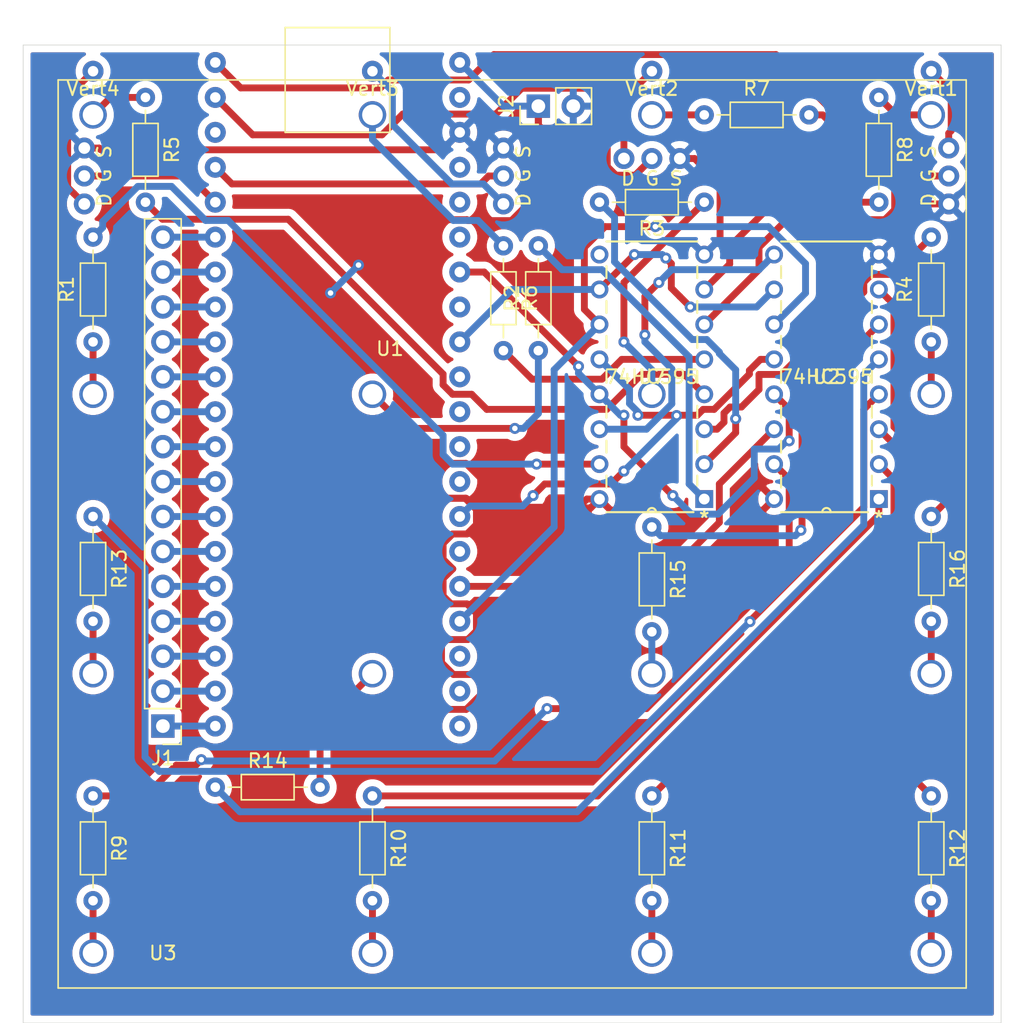
<source format=kicad_pcb>
(kicad_pcb (version 20171130) (host pcbnew 5.1.5+dfsg1-2build2)
  (layers (0 F.Cu signal) (31 B.Cu signal) (34 B.Paste user) (35 F.Paste user) (36 B.SilkS user) (37 F.SilkS user) (38 B.Mask user) (39 F.Mask user) (44 Edge.Cuts user))
  (net 0 "")
  (net 1 GND)
  (net 2 "Net-(Fet1-Pad1)")
  (net 3 Layer0)
  (net 4 "Net-(Fet2-Pad1)")
  (net 5 Layer1)
  (net 6 "Net-(Fet3-Pad1)")
  (net 7 Layer2)
  (net 8 "Net-(Fet4-Pad1)")
  (net 9 Layer3)
  (net 10 "Net-(J1-Pad15)")
  (net 11 "Net-(J1-Pad14)")
  (net 12 "Net-(J1-Pad13)")
  (net 13 "Net-(J1-Pad12)")
  (net 14 "Net-(J1-Pad11)")
  (net 15 "Net-(J1-Pad10)")
  (net 16 "Net-(J1-Pad9)")
  (net 17 "Net-(J1-Pad8)")
  (net 18 "Net-(J1-Pad7)")
  (net 19 "Net-(J1-Pad6)")
  (net 20 "Net-(J1-Pad5)")
  (net 21 "Net-(J1-Pad4)")
  (net 22 "Net-(J1-Pad3)")
  (net 23 "Net-(J1-Pad2)")
  (net 24 "Net-(J1-Pad1)")
  (net 25 5V)
  (net 26 led8)
  (net 27 "Net-(R1-Pad1)")
  (net 28 led9)
  (net 29 "Net-(R2-Pad1)")
  (net 30 led10)
  (net 31 "Net-(R3-Pad1)")
  (net 32 led11)
  (net 33 "Net-(R4-Pad1)")
  (net 34 led12)
  (net 35 "Net-(R5-Pad1)")
  (net 36 led13)
  (net 37 "Net-(R6-Pad1)")
  (net 38 led14)
  (net 39 "Net-(R7-Pad1)")
  (net 40 led15)
  (net 41 "Net-(R8-Pad1)")
  (net 42 "Net-(R9-Pad2)")
  (net 43 led0)
  (net 44 "Net-(R10-Pad2)")
  (net 45 led1)
  (net 46 "Net-(R11-Pad2)")
  (net 47 led2)
  (net 48 "Net-(R12-Pad2)")
  (net 49 led3)
  (net 50 "Net-(R13-Pad2)")
  (net 51 led4)
  (net 52 "Net-(R14-Pad2)")
  (net 53 led5)
  (net 54 "Net-(R15-Pad2)")
  (net 55 led6)
  (net 56 "Net-(R16-Pad2)")
  (net 57 led7)
  (net 58 "Net-(U1-Pad39)")
  (net 59 "Net-(U1-Pad37)")
  (net 60 "Net-(U1-Pad36)")
  (net 61 "Net-(U1-Pad35)")
  (net 62 ~OutputEnable)
  (net 63 "Net-(U1-Pad33)")
  (net 64 ~OutputClear)
  (net 65 "Net-(U1-Pad31)")
  (net 66 "Net-(U1-Pad30)")
  (net 67 "Net-(U1-Pad29)")
  (net 68 "Net-(U1-Pad28)")
  (net 69 Latch)
  (net 70 "Net-(U1-Pad26)")
  (net 71 Data)
  (net 72 Clock)
  (net 73 "Net-(U1-Pad23)")
  (net 74 "Net-(U1-Pad22)")
  (net 75 "Net-(U1-Pad21)")
  (net 76 "Net-(U1-Pad3)")
  (net 77 "Net-(U2-Pad9)")
  (net 78 "Net-(U7-Pad9)")
  (module generic:pin (layer F.Cu) (at 91.44 57.785)
    (fp_text reference Vert4 (at 0 1.27) (layer F.SilkS))
    (fp_text value Conn_01x01_Male)
    (pad 1 thru_hole circle (at 0 0) (size 1.524 1.524) (drill 0.762) (layers *.Cu *.Mask) (net 8 "Net-(Fet4-Pad1)"))
  )
  (module generic:pin (layer F.Cu) (at 111.76 57.785)
    (fp_text reference Vert3 (at 0 1.27) (layer F.SilkS))
    (fp_text value Conn_01x01_Male)
    (pad 1 thru_hole circle (at 0 0) (size 1.524 1.524) (drill 0.762) (layers *.Cu *.Mask) (net 6 "Net-(Fet3-Pad1)"))
  )
  (module generic:pin (layer F.Cu) (at 132.08 57.785)
    (fp_text reference Vert2 (at 0 1.27) (layer F.SilkS))
    (fp_text value Conn_01x01_Male)
    (pad 1 thru_hole circle (at 0 0) (size 1.524 1.524) (drill 0.762) (layers *.Cu *.Mask) (net 4 "Net-(Fet2-Pad1)"))
  )
  (module generic:pin (layer F.Cu) (at 152.4 57.785)
    (fp_text reference Vert1 (at 0 1.27) (layer F.SilkS))
    (fp_text value Conn_01x01_Male)
    (pad 1 thru_hole circle (at 0 0) (size 1.524 1.524) (drill 0.762) (layers *.Cu *.Mask) (net 2 "Net-(Fet1-Pad1)"))
  )
  (module generic:SN74HC595N (layer F.Cu) (at 128.27 71.12 180)
    (fp_text reference U7 (at -3.81 -8.89) (layer F.SilkS))
    (fp_text value 74HC595 (at -3.81 -8.89) (layer F.SilkS))
    (fp_text user * (at -7.62 -19.1897) (layer F.SilkS))
    (fp_text user * (at -7.62 -19.1897) (layer F.SilkS))
    (pad 16 thru_hole circle (at 0 -17.78 180) (size 1.2954 1.2954) (drill 0.7874) (layers *.Cu *.Mask) (net 25 5V))
    (pad 15 thru_hole circle (at 0 -15.24 180) (size 1.2954 1.2954) (drill 0.7874) (layers *.Cu *.Mask) (net 26 led8))
    (pad 14 thru_hole circle (at 0 -12.7 180) (size 1.2954 1.2954) (drill 0.7874) (layers *.Cu *.Mask) (net 77 "Net-(U2-Pad9)"))
    (pad 13 thru_hole circle (at 0 -10.16 180) (size 1.2954 1.2954) (drill 0.7874) (layers *.Cu *.Mask) (net 62 ~OutputEnable))
    (pad 12 thru_hole circle (at 0 -7.62 180) (size 1.2954 1.2954) (drill 0.7874) (layers *.Cu *.Mask) (net 69 Latch))
    (pad 11 thru_hole circle (at 0 -5.08 180) (size 1.2954 1.2954) (drill 0.7874) (layers *.Cu *.Mask) (net 72 Clock))
    (pad 10 thru_hole circle (at 0 -2.54 180) (size 1.2954 1.2954) (drill 0.7874) (layers *.Cu *.Mask) (net 64 ~OutputClear))
    (pad 9 thru_hole circle (at 0 0 180) (size 1.2954 1.2954) (drill 0.7874) (layers *.Cu *.Mask) (net 78 "Net-(U7-Pad9)"))
    (pad 8 thru_hole circle (at -7.62 0 180) (size 1.2954 1.2954) (drill 0.7874) (layers *.Cu *.Mask) (net 1 GND))
    (pad 7 thru_hole circle (at -7.62 -2.54 180) (size 1.2954 1.2954) (drill 0.7874) (layers *.Cu *.Mask) (net 40 led15))
    (pad 6 thru_hole circle (at -7.62 -5.08 180) (size 1.2954 1.2954) (drill 0.7874) (layers *.Cu *.Mask) (net 38 led14))
    (pad 5 thru_hole circle (at -7.62 -7.62 180) (size 1.2954 1.2954) (drill 0.7874) (layers *.Cu *.Mask) (net 36 led13))
    (pad 4 thru_hole circle (at -7.62 -10.16 180) (size 1.2954 1.2954) (drill 0.7874) (layers *.Cu *.Mask) (net 34 led12))
    (pad 3 thru_hole circle (at -7.62 -12.7 180) (size 1.2954 1.2954) (drill 0.7874) (layers *.Cu *.Mask) (net 32 led11))
    (pad 2 thru_hole circle (at -7.62 -15.24 180) (size 1.2954 1.2954) (drill 0.7874) (layers *.Cu *.Mask) (net 30 led10))
    (pad 1 thru_hole rect (at -7.62 -17.78 180) (size 1.2954 1.2954) (drill 0.7874) (layers *.Cu *.Mask) (net 28 led9))
  )
  (module generic:4x4 (layer F.Cu) (at 91.44 121.92)
    (fp_text reference U3 (at 5.08 0) (layer F.SilkS))
    (fp_text value 4x4)
    (pad 15 thru_hole circle (at 60.96 -60.96) (size 2 2) (drill 1.5) (layers *.Cu *.Mask) (net 41 "Net-(R8-Pad1)"))
    (pad 14 thru_hole circle (at 40.64 -60.96) (size 2 2) (drill 1.5) (layers *.Cu *.Mask) (net 39 "Net-(R7-Pad1)"))
    (pad 13 thru_hole circle (at 20.32 -60.96) (size 2 2) (drill 1.5) (layers *.Cu *.Mask) (net 37 "Net-(R6-Pad1)"))
    (pad 12 thru_hole circle (at 0 -60.96) (size 2 2) (drill 1.5) (layers *.Cu *.Mask) (net 35 "Net-(R5-Pad1)"))
    (pad 11 thru_hole circle (at 60.96 -40.64) (size 2 2) (drill 1.5) (layers *.Cu *.Mask) (net 33 "Net-(R4-Pad1)"))
    (pad 10 thru_hole circle (at 40.64 -40.64) (size 2 2) (drill 1.5) (layers *.Cu *.Mask) (net 31 "Net-(R3-Pad1)"))
    (pad 9 thru_hole circle (at 20.32 -40.64) (size 2 2) (drill 1.5) (layers *.Cu *.Mask) (net 29 "Net-(R2-Pad1)"))
    (pad 8 thru_hole circle (at 0 -40.64) (size 2 2) (drill 1.5) (layers *.Cu *.Mask) (net 27 "Net-(R1-Pad1)"))
    (pad 7 thru_hole circle (at 60.96 -20.32) (size 2 2) (drill 1.5) (layers *.Cu *.Mask) (net 56 "Net-(R16-Pad2)"))
    (pad 6 thru_hole circle (at 40.64 -20.32) (size 2 2) (drill 1.5) (layers *.Cu *.Mask) (net 54 "Net-(R15-Pad2)"))
    (pad 5 thru_hole circle (at 20.32 -20.32) (size 2 2) (drill 1.5) (layers *.Cu *.Mask) (net 52 "Net-(R14-Pad2)"))
    (pad 4 thru_hole circle (at 0 -20.32) (size 2 2) (drill 1.5) (layers *.Cu *.Mask) (net 50 "Net-(R13-Pad2)"))
    (pad 3 thru_hole circle (at 60.96 0) (size 2 2) (drill 1.5) (layers *.Cu *.Mask) (net 48 "Net-(R12-Pad2)"))
    (pad 2 thru_hole circle (at 40.64 0) (size 2 2) (drill 1.5) (layers *.Cu *.Mask) (net 46 "Net-(R11-Pad2)"))
    (pad 1 thru_hole circle (at 20.32 0) (size 2 2) (drill 1.5) (layers *.Cu *.Mask) (net 44 "Net-(R10-Pad2)"))
    (pad 0 thru_hole circle (at 0 0) (size 2 2) (drill 1.5) (layers *.Cu *.Mask) (net 42 "Net-(R9-Pad2)"))
  )
  (module generic:SN74HC595N (layer F.Cu) (at 140.97 71.12 180)
    (fp_text reference U2 (at -3.81 -8.89) (layer F.SilkS))
    (fp_text value 74HC595 (at -3.81 -8.89) (layer F.SilkS))
    (fp_text user * (at -7.62 -19.1897) (layer F.SilkS))
    (fp_text user * (at -7.62 -19.1897) (layer F.SilkS))
    (pad 16 thru_hole circle (at 0 -17.78 180) (size 1.2954 1.2954) (drill 0.7874) (layers *.Cu *.Mask) (net 25 5V))
    (pad 15 thru_hole circle (at 0 -15.24 180) (size 1.2954 1.2954) (drill 0.7874) (layers *.Cu *.Mask) (net 43 led0))
    (pad 14 thru_hole circle (at 0 -12.7 180) (size 1.2954 1.2954) (drill 0.7874) (layers *.Cu *.Mask) (net 71 Data))
    (pad 13 thru_hole circle (at 0 -10.16 180) (size 1.2954 1.2954) (drill 0.7874) (layers *.Cu *.Mask) (net 62 ~OutputEnable))
    (pad 12 thru_hole circle (at 0 -7.62 180) (size 1.2954 1.2954) (drill 0.7874) (layers *.Cu *.Mask) (net 69 Latch))
    (pad 11 thru_hole circle (at 0 -5.08 180) (size 1.2954 1.2954) (drill 0.7874) (layers *.Cu *.Mask) (net 72 Clock))
    (pad 10 thru_hole circle (at 0 -2.54 180) (size 1.2954 1.2954) (drill 0.7874) (layers *.Cu *.Mask) (net 64 ~OutputClear))
    (pad 9 thru_hole circle (at 0 0 180) (size 1.2954 1.2954) (drill 0.7874) (layers *.Cu *.Mask) (net 77 "Net-(U2-Pad9)"))
    (pad 8 thru_hole circle (at -7.62 0 180) (size 1.2954 1.2954) (drill 0.7874) (layers *.Cu *.Mask) (net 1 GND))
    (pad 7 thru_hole circle (at -7.62 -2.54 180) (size 1.2954 1.2954) (drill 0.7874) (layers *.Cu *.Mask) (net 57 led7))
    (pad 6 thru_hole circle (at -7.62 -5.08 180) (size 1.2954 1.2954) (drill 0.7874) (layers *.Cu *.Mask) (net 55 led6))
    (pad 5 thru_hole circle (at -7.62 -7.62 180) (size 1.2954 1.2954) (drill 0.7874) (layers *.Cu *.Mask) (net 53 led5))
    (pad 4 thru_hole circle (at -7.62 -10.16 180) (size 1.2954 1.2954) (drill 0.7874) (layers *.Cu *.Mask) (net 51 led4))
    (pad 3 thru_hole circle (at -7.62 -12.7 180) (size 1.2954 1.2954) (drill 0.7874) (layers *.Cu *.Mask) (net 49 led3))
    (pad 2 thru_hole circle (at -7.62 -15.24 180) (size 1.2954 1.2954) (drill 0.7874) (layers *.Cu *.Mask) (net 47 led2))
    (pad 1 thru_hole rect (at -7.62 -17.78 180) (size 1.2954 1.2954) (drill 0.7874) (layers *.Cu *.Mask) (net 45 led1))
  )
  (module generic:pico (layer F.Cu) (at 107.95 77.47)
    (fp_text reference U1 (at 5.08 0.5) (layer F.SilkS))
    (fp_text value PICO_RP2040)
    (pad 40 thru_hole circle (at 10.16 -20.32) (size 1.524 1.524) (drill 0.762) (layers *.Cu *.Mask) (net 25 5V))
    (pad 39 thru_hole circle (at 10.16 -17.78) (size 1.524 1.524) (drill 0.762) (layers *.Cu *.Mask) (net 58 "Net-(U1-Pad39)"))
    (pad 38 thru_hole circle (at 10.16 -15.24) (size 1.524 1.524) (drill 0.762) (layers *.Cu *.Mask) (net 1 GND))
    (pad 37 thru_hole circle (at 10.16 -12.7) (size 1.524 1.524) (drill 0.762) (layers *.Cu *.Mask) (net 59 "Net-(U1-Pad37)"))
    (pad 36 thru_hole circle (at 10.16 -10.16) (size 1.524 1.524) (drill 0.762) (layers *.Cu *.Mask) (net 60 "Net-(U1-Pad36)"))
    (pad 35 thru_hole circle (at 10.16 -7.62) (size 1.524 1.524) (drill 0.762) (layers *.Cu *.Mask) (net 61 "Net-(U1-Pad35)"))
    (pad 34 thru_hole circle (at 10.16 -5.08) (size 1.524 1.524) (drill 0.762) (layers *.Cu *.Mask) (net 62 ~OutputEnable))
    (pad 33 thru_hole circle (at 10.16 -2.54) (size 1.524 1.524) (drill 0.762) (layers *.Cu *.Mask) (net 63 "Net-(U1-Pad33)"))
    (pad 32 thru_hole circle (at 10.16 0) (size 1.524 1.524) (drill 0.762) (layers *.Cu *.Mask) (net 64 ~OutputClear))
    (pad 31 thru_hole circle (at 10.16 2.54) (size 1.524 1.524) (drill 0.762) (layers *.Cu *.Mask) (net 65 "Net-(U1-Pad31)"))
    (pad 30 thru_hole circle (at 10.16 5.08) (size 1.524 1.524) (drill 0.762) (layers *.Cu *.Mask) (net 66 "Net-(U1-Pad30)"))
    (pad 29 thru_hole circle (at 10.16 7.62) (size 1.524 1.524) (drill 0.762) (layers *.Cu *.Mask) (net 67 "Net-(U1-Pad29)"))
    (pad 28 thru_hole circle (at 10.16 10.16) (size 1.524 1.524) (drill 0.762) (layers *.Cu *.Mask) (net 68 "Net-(U1-Pad28)"))
    (pad 27 thru_hole circle (at 10.16 12.7) (size 1.524 1.524) (drill 0.762) (layers *.Cu *.Mask) (net 69 Latch))
    (pad 26 thru_hole circle (at 10.16 15.24) (size 1.524 1.524) (drill 0.762) (layers *.Cu *.Mask) (net 70 "Net-(U1-Pad26)"))
    (pad 25 thru_hole circle (at 10.16 17.78) (size 1.524 1.524) (drill 0.762) (layers *.Cu *.Mask) (net 71 Data))
    (pad 24 thru_hole circle (at 10.16 20.32) (size 1.524 1.524) (drill 0.762) (layers *.Cu *.Mask) (net 72 Clock))
    (pad 23 thru_hole circle (at 10.16 22.86) (size 1.524 1.524) (drill 0.762) (layers *.Cu *.Mask) (net 73 "Net-(U1-Pad23)"))
    (pad 22 thru_hole circle (at 10.16 25.4) (size 1.524 1.524) (drill 0.762) (layers *.Cu *.Mask) (net 74 "Net-(U1-Pad22)"))
    (pad 21 thru_hole circle (at 10.16 27.94) (size 1.524 1.524) (drill 0.762) (layers *.Cu *.Mask) (net 75 "Net-(U1-Pad21)"))
    (pad 20 thru_hole circle (at -7.62 27.94) (size 1.524 1.524) (drill 0.762) (layers *.Cu *.Mask) (net 24 "Net-(J1-Pad1)"))
    (pad 19 thru_hole circle (at -7.62 25.4) (size 1.524 1.524) (drill 0.762) (layers *.Cu *.Mask) (net 23 "Net-(J1-Pad2)"))
    (pad 18 thru_hole circle (at -7.62 22.86) (size 1.524 1.524) (drill 0.762) (layers *.Cu *.Mask) (net 22 "Net-(J1-Pad3)"))
    (pad 17 thru_hole circle (at -7.62 20.32) (size 1.524 1.524) (drill 0.762) (layers *.Cu *.Mask) (net 21 "Net-(J1-Pad4)"))
    (pad 16 thru_hole circle (at -7.62 17.78) (size 1.524 1.524) (drill 0.762) (layers *.Cu *.Mask) (net 20 "Net-(J1-Pad5)"))
    (pad 15 thru_hole circle (at -7.62 15.24) (size 1.524 1.524) (drill 0.762) (layers *.Cu *.Mask) (net 19 "Net-(J1-Pad6)"))
    (pad 14 thru_hole circle (at -7.62 12.7) (size 1.524 1.524) (drill 0.762) (layers *.Cu *.Mask) (net 18 "Net-(J1-Pad7)"))
    (pad 13 thru_hole circle (at -7.62 10.16) (size 1.524 1.524) (drill 0.762) (layers *.Cu *.Mask) (net 17 "Net-(J1-Pad8)"))
    (pad 12 thru_hole circle (at -7.62 7.62) (size 1.524 1.524) (drill 0.762) (layers *.Cu *.Mask) (net 16 "Net-(J1-Pad9)"))
    (pad 11 thru_hole circle (at -7.62 5.08) (size 1.524 1.524) (drill 0.762) (layers *.Cu *.Mask) (net 15 "Net-(J1-Pad10)"))
    (pad 10 thru_hole circle (at -7.62 2.54) (size 1.524 1.524) (drill 0.762) (layers *.Cu *.Mask) (net 14 "Net-(J1-Pad11)"))
    (pad 9 thru_hole circle (at -7.62 0) (size 1.524 1.524) (drill 0.762) (layers *.Cu *.Mask) (net 13 "Net-(J1-Pad12)"))
    (pad 8 thru_hole circle (at -7.62 -2.54) (size 1.524 1.524) (drill 0.762) (layers *.Cu *.Mask) (net 12 "Net-(J1-Pad13)"))
    (pad 7 thru_hole circle (at -7.62 -5.08) (size 1.524 1.524) (drill 0.762) (layers *.Cu *.Mask) (net 11 "Net-(J1-Pad14)"))
    (pad 6 thru_hole circle (at -7.62 -7.62) (size 1.524 1.524) (drill 0.762) (layers *.Cu *.Mask) (net 10 "Net-(J1-Pad15)"))
    (pad 5 thru_hole circle (at -7.62 -10.16) (size 1.524 1.524) (drill 0.762) (layers *.Cu *.Mask) (net 9 Layer3))
    (pad 4 thru_hole circle (at -7.62 -12.7) (size 1.524 1.524) (drill 0.762) (layers *.Cu *.Mask) (net 7 Layer2))
    (pad 3 thru_hole circle (at -7.62 -15.24) (size 1.524 1.524) (drill 0.762) (layers *.Cu *.Mask) (net 76 "Net-(U1-Pad3)"))
    (pad 2 thru_hole circle (at -7.62 -17.78) (size 1.524 1.524) (drill 0.762) (layers *.Cu *.Mask) (net 5 Layer1))
    (pad 1 thru_hole circle (at -7.62 -20.32) (size 1.524 1.524) (drill 0.762) (layers *.Cu *.Mask) (net 3 Layer0))
  )
  (module Resistor_THT:R_Axial_DIN0204_L3.6mm_D1.6mm_P7.62mm_Horizontal (layer F.Cu) (at 152.4 90.17 270)
    (fp_text reference R16 (at 3.81 -1.92 90) (layer F.SilkS))
    (fp_text value R)
    (pad 2 thru_hole oval (at 7.62 0 270) (size 1.4 1.4) (drill 0.7) (layers *.Cu *.Mask) (net 56 "Net-(R16-Pad2)"))
    (pad 1 thru_hole circle (at 0 0 270) (size 1.4 1.4) (drill 0.7) (layers *.Cu *.Mask) (net 57 led7))
  )
  (module Resistor_THT:R_Axial_DIN0204_L3.6mm_D1.6mm_P7.62mm_Horizontal (layer F.Cu) (at 132.08 90.932 270)
    (fp_text reference R15 (at 3.81 -1.92 90) (layer F.SilkS))
    (fp_text value R)
    (pad 2 thru_hole oval (at 7.62 0 270) (size 1.4 1.4) (drill 0.7) (layers *.Cu *.Mask) (net 54 "Net-(R15-Pad2)"))
    (pad 1 thru_hole circle (at 0 0 270) (size 1.4 1.4) (drill 0.7) (layers *.Cu *.Mask) (net 55 led6))
  )
  (module Resistor_THT:R_Axial_DIN0204_L3.6mm_D1.6mm_P7.62mm_Horizontal (layer F.Cu) (at 100.33 109.855)
    (fp_text reference R14 (at 3.81 -1.92) (layer F.SilkS))
    (fp_text value R)
    (pad 2 thru_hole oval (at 7.62 0) (size 1.4 1.4) (drill 0.7) (layers *.Cu *.Mask) (net 52 "Net-(R14-Pad2)"))
    (pad 1 thru_hole circle (at 0 0) (size 1.4 1.4) (drill 0.7) (layers *.Cu *.Mask) (net 53 led5))
  )
  (module Resistor_THT:R_Axial_DIN0204_L3.6mm_D1.6mm_P7.62mm_Horizontal (layer F.Cu) (at 91.44 90.17 270)
    (fp_text reference R13 (at 3.81 -1.92 90) (layer F.SilkS))
    (fp_text value R)
    (pad 2 thru_hole oval (at 7.62 0 270) (size 1.4 1.4) (drill 0.7) (layers *.Cu *.Mask) (net 50 "Net-(R13-Pad2)"))
    (pad 1 thru_hole circle (at 0 0 270) (size 1.4 1.4) (drill 0.7) (layers *.Cu *.Mask) (net 51 led4))
  )
  (module Resistor_THT:R_Axial_DIN0204_L3.6mm_D1.6mm_P7.62mm_Horizontal (layer F.Cu) (at 152.4 110.49 270)
    (fp_text reference R12 (at 3.81 -1.92 90) (layer F.SilkS))
    (fp_text value R)
    (pad 2 thru_hole oval (at 7.62 0 270) (size 1.4 1.4) (drill 0.7) (layers *.Cu *.Mask) (net 48 "Net-(R12-Pad2)"))
    (pad 1 thru_hole circle (at 0 0 270) (size 1.4 1.4) (drill 0.7) (layers *.Cu *.Mask) (net 49 led3))
  )
  (module Resistor_THT:R_Axial_DIN0204_L3.6mm_D1.6mm_P7.62mm_Horizontal (layer F.Cu) (at 132.08 110.49 270)
    (fp_text reference R11 (at 3.81 -1.92 90) (layer F.SilkS))
    (fp_text value R)
    (pad 2 thru_hole oval (at 7.62 0 270) (size 1.4 1.4) (drill 0.7) (layers *.Cu *.Mask) (net 46 "Net-(R11-Pad2)"))
    (pad 1 thru_hole circle (at 0 0 270) (size 1.4 1.4) (drill 0.7) (layers *.Cu *.Mask) (net 47 led2))
  )
  (module Resistor_THT:R_Axial_DIN0204_L3.6mm_D1.6mm_P7.62mm_Horizontal (layer F.Cu) (at 111.76 110.49 270)
    (fp_text reference R10 (at 3.81 -1.92 90) (layer F.SilkS))
    (fp_text value R)
    (pad 2 thru_hole oval (at 7.62 0 270) (size 1.4 1.4) (drill 0.7) (layers *.Cu *.Mask) (net 44 "Net-(R10-Pad2)"))
    (pad 1 thru_hole circle (at 0 0 270) (size 1.4 1.4) (drill 0.7) (layers *.Cu *.Mask) (net 45 led1))
  )
  (module Resistor_THT:R_Axial_DIN0204_L3.6mm_D1.6mm_P7.62mm_Horizontal (layer F.Cu) (at 91.44 110.49 270)
    (fp_text reference R9 (at 3.81 -1.92 90) (layer F.SilkS))
    (fp_text value R)
    (pad 2 thru_hole oval (at 7.62 0 270) (size 1.4 1.4) (drill 0.7) (layers *.Cu *.Mask) (net 42 "Net-(R9-Pad2)"))
    (pad 1 thru_hole circle (at 0 0 270) (size 1.4 1.4) (drill 0.7) (layers *.Cu *.Mask) (net 43 led0))
  )
  (module Resistor_THT:R_Axial_DIN0204_L3.6mm_D1.6mm_P7.62mm_Horizontal (layer F.Cu) (at 148.59 59.69 270)
    (fp_text reference R8 (at 3.81 -1.92 90) (layer F.SilkS))
    (fp_text value R)
    (pad 2 thru_hole oval (at 7.62 0 270) (size 1.4 1.4) (drill 0.7) (layers *.Cu *.Mask) (net 40 led15))
    (pad 1 thru_hole circle (at 0 0 270) (size 1.4 1.4) (drill 0.7) (layers *.Cu *.Mask) (net 41 "Net-(R8-Pad1)"))
  )
  (module Resistor_THT:R_Axial_DIN0204_L3.6mm_D1.6mm_P7.62mm_Horizontal (layer F.Cu) (at 135.89 60.96)
    (fp_text reference R7 (at 3.81 -1.92) (layer F.SilkS))
    (fp_text value R)
    (pad 2 thru_hole oval (at 7.62 0) (size 1.4 1.4) (drill 0.7) (layers *.Cu *.Mask) (net 38 led14))
    (pad 1 thru_hole circle (at 0 0) (size 1.4 1.4) (drill 0.7) (layers *.Cu *.Mask) (net 39 "Net-(R7-Pad1)"))
  )
  (module Resistor_THT:R_Axial_DIN0204_L3.6mm_D1.6mm_P7.62mm_Horizontal (layer F.Cu) (at 121.285 70.485 270)
    (fp_text reference R6 (at 3.81 -1.92 90) (layer F.SilkS))
    (fp_text value R)
    (pad 2 thru_hole oval (at 7.62 0 270) (size 1.4 1.4) (drill 0.7) (layers *.Cu *.Mask) (net 36 led13))
    (pad 1 thru_hole circle (at 0 0 270) (size 1.4 1.4) (drill 0.7) (layers *.Cu *.Mask) (net 37 "Net-(R6-Pad1)"))
  )
  (module Resistor_THT:R_Axial_DIN0204_L3.6mm_D1.6mm_P7.62mm_Horizontal (layer F.Cu) (at 95.25 59.69 270)
    (fp_text reference R5 (at 3.81 -1.92 90) (layer F.SilkS))
    (fp_text value R)
    (pad 2 thru_hole oval (at 7.62 0 270) (size 1.4 1.4) (drill 0.7) (layers *.Cu *.Mask) (net 34 led12))
    (pad 1 thru_hole circle (at 0 0 270) (size 1.4 1.4) (drill 0.7) (layers *.Cu *.Mask) (net 35 "Net-(R5-Pad1)"))
  )
  (module Resistor_THT:R_Axial_DIN0204_L3.6mm_D1.6mm_P7.62mm_Horizontal (layer F.Cu) (at 152.4 77.47 90)
    (fp_text reference R4 (at 3.81 -1.92 90) (layer F.SilkS))
    (fp_text value R)
    (pad 2 thru_hole oval (at 7.62 0 90) (size 1.4 1.4) (drill 0.7) (layers *.Cu *.Mask) (net 32 led11))
    (pad 1 thru_hole circle (at 0 0 90) (size 1.4 1.4) (drill 0.7) (layers *.Cu *.Mask) (net 33 "Net-(R4-Pad1)"))
  )
  (module Resistor_THT:R_Axial_DIN0204_L3.6mm_D1.6mm_P7.62mm_Horizontal (layer F.Cu) (at 135.89 67.31 180)
    (fp_text reference R3 (at 3.81 -1.92) (layer F.SilkS))
    (fp_text value R)
    (pad 2 thru_hole oval (at 7.62 0 180) (size 1.4 1.4) (drill 0.7) (layers *.Cu *.Mask) (net 30 led10))
    (pad 1 thru_hole circle (at 0 0 180) (size 1.4 1.4) (drill 0.7) (layers *.Cu *.Mask) (net 31 "Net-(R3-Pad1)"))
  )
  (module Resistor_THT:R_Axial_DIN0204_L3.6mm_D1.6mm_P7.62mm_Horizontal (layer F.Cu) (at 123.825 78.105 90)
    (fp_text reference R2 (at 3.81 -1.92 90) (layer F.SilkS))
    (fp_text value R)
    (pad 2 thru_hole oval (at 7.62 0 90) (size 1.4 1.4) (drill 0.7) (layers *.Cu *.Mask) (net 28 led9))
    (pad 1 thru_hole circle (at 0 0 90) (size 1.4 1.4) (drill 0.7) (layers *.Cu *.Mask) (net 29 "Net-(R2-Pad1)"))
  )
  (module Resistor_THT:R_Axial_DIN0204_L3.6mm_D1.6mm_P7.62mm_Horizontal (layer F.Cu) (at 91.44 77.47 90)
    (fp_text reference R1 (at 3.81 -1.92 90) (layer F.SilkS))
    (fp_text value R)
    (pad 2 thru_hole oval (at 7.62 0 90) (size 1.4 1.4) (drill 0.7) (layers *.Cu *.Mask) (net 26 led8))
    (pad 1 thru_hole circle (at 0 0 90) (size 1.4 1.4) (drill 0.7) (layers *.Cu *.Mask) (net 27 "Net-(R1-Pad1)"))
  )
  (module Connector_PinHeader_2.54mm:PinHeader_1x02_P2.54mm_Vertical (layer F.Cu) (at 123.825 60.325 90)
    (fp_text reference J2 (at 0 -2.33 90) (layer F.SilkS))
    (fp_text value Conn_01x02_Female)
    (pad 2 thru_hole oval (at 0 2.54 90) (size 1.7 1.7) (drill 1) (layers *.Cu *.Mask) (net 1 GND))
    (pad 1 thru_hole rect (at 0 0 90) (size 1.7 1.7) (drill 1) (layers *.Cu *.Mask) (net 25 5V))
  )
  (module Connector_PinHeader_2.54mm:PinHeader_1x15_P2.54mm_Vertical (layer F.Cu) (at 96.52 105.41 180)
    (fp_text reference J1 (at 0 -2.33) (layer F.SilkS))
    (fp_text value extra)
    (pad 15 thru_hole oval (at 0 35.56 180) (size 1.7 1.7) (drill 1) (layers *.Cu *.Mask) (net 10 "Net-(J1-Pad15)"))
    (pad 14 thru_hole oval (at 0 33.02 180) (size 1.7 1.7) (drill 1) (layers *.Cu *.Mask) (net 11 "Net-(J1-Pad14)"))
    (pad 13 thru_hole oval (at 0 30.48 180) (size 1.7 1.7) (drill 1) (layers *.Cu *.Mask) (net 12 "Net-(J1-Pad13)"))
    (pad 12 thru_hole oval (at 0 27.94 180) (size 1.7 1.7) (drill 1) (layers *.Cu *.Mask) (net 13 "Net-(J1-Pad12)"))
    (pad 11 thru_hole oval (at 0 25.4 180) (size 1.7 1.7) (drill 1) (layers *.Cu *.Mask) (net 14 "Net-(J1-Pad11)"))
    (pad 10 thru_hole oval (at 0 22.86 180) (size 1.7 1.7) (drill 1) (layers *.Cu *.Mask) (net 15 "Net-(J1-Pad10)"))
    (pad 9 thru_hole oval (at 0 20.32 180) (size 1.7 1.7) (drill 1) (layers *.Cu *.Mask) (net 16 "Net-(J1-Pad9)"))
    (pad 8 thru_hole oval (at 0 17.78 180) (size 1.7 1.7) (drill 1) (layers *.Cu *.Mask) (net 17 "Net-(J1-Pad8)"))
    (pad 7 thru_hole oval (at 0 15.24 180) (size 1.7 1.7) (drill 1) (layers *.Cu *.Mask) (net 18 "Net-(J1-Pad7)"))
    (pad 6 thru_hole oval (at 0 12.7 180) (size 1.7 1.7) (drill 1) (layers *.Cu *.Mask) (net 19 "Net-(J1-Pad6)"))
    (pad 5 thru_hole oval (at 0 10.16 180) (size 1.7 1.7) (drill 1) (layers *.Cu *.Mask) (net 20 "Net-(J1-Pad5)"))
    (pad 4 thru_hole oval (at 0 7.62 180) (size 1.7 1.7) (drill 1) (layers *.Cu *.Mask) (net 21 "Net-(J1-Pad4)"))
    (pad 3 thru_hole oval (at 0 5.08 180) (size 1.7 1.7) (drill 1) (layers *.Cu *.Mask) (net 22 "Net-(J1-Pad3)"))
    (pad 2 thru_hole oval (at 0 2.54 180) (size 1.7 1.7) (drill 1) (layers *.Cu *.Mask) (net 23 "Net-(J1-Pad2)"))
    (pad 1 thru_hole rect (at 0 0 180) (size 1.7 1.7) (drill 1) (layers *.Cu *.Mask) (net 24 "Net-(J1-Pad1)"))
  )
  (module generic:mosfet (layer F.Cu) (at 90.805 65.405 90)
    (fp_text reference Fet4)
    (fp_text value mosfet)
    (fp_text user "D G S" (at 0 1.4478 90) (layer F.SilkS))
    (pad 2 thru_hole circle (at 2.032 0 90) (size 1.524 1.524) (drill 0.85) (layers *.Cu *.Mask) (net 1 GND))
    (pad 1 thru_hole circle (at -2.032 0 90) (size 1.524 1.524) (drill 0.86) (layers *.Cu *.Mask) (net 8 "Net-(Fet4-Pad1)"))
    (pad 0 thru_hole circle (at 0 0 90) (size 1.524 1.524) (drill 0.85) (layers *.Cu *.Mask) (net 9 Layer3))
  )
  (module generic:mosfet (layer F.Cu) (at 121.285 65.405 90)
    (fp_text reference Fet3)
    (fp_text value mosfet)
    (fp_text user "D G S" (at 0 1.4478 90) (layer F.SilkS))
    (pad 2 thru_hole circle (at 2.032 0 90) (size 1.524 1.524) (drill 0.85) (layers *.Cu *.Mask) (net 1 GND))
    (pad 1 thru_hole circle (at -2.032 0 90) (size 1.524 1.524) (drill 0.86) (layers *.Cu *.Mask) (net 6 "Net-(Fet3-Pad1)"))
    (pad 0 thru_hole circle (at 0 0 90) (size 1.524 1.524) (drill 0.85) (layers *.Cu *.Mask) (net 7 Layer2))
  )
  (module generic:mosfet (layer F.Cu) (at 132.08 64.135)
    (fp_text reference Fet2)
    (fp_text value mosfet)
    (fp_text user "D G S" (at 0 1.4478) (layer F.SilkS))
    (pad 2 thru_hole circle (at 2.032 0) (size 1.524 1.524) (drill 0.85) (layers *.Cu *.Mask) (net 1 GND))
    (pad 1 thru_hole circle (at -2.032 0) (size 1.524 1.524) (drill 0.86) (layers *.Cu *.Mask) (net 4 "Net-(Fet2-Pad1)"))
    (pad 0 thru_hole circle (at 0 0) (size 1.524 1.524) (drill 0.85) (layers *.Cu *.Mask) (net 5 Layer1))
  )
  (module generic:mosfet (layer F.Cu) (at 153.67 65.405 270)
    (fp_text reference Fet1)
    (fp_text value mosfet)
    (fp_text user "D G S" (at 0 1.4478 90) (layer F.SilkS))
    (pad 2 thru_hole circle (at 2.032 0 270) (size 1.524 1.524) (drill 0.85) (layers *.Cu *.Mask) (net 1 GND))
    (pad 1 thru_hole circle (at -2.032 0 270) (size 1.524 1.524) (drill 0.86) (layers *.Cu *.Mask) (net 2 "Net-(Fet1-Pad1)"))
    (pad 0 thru_hole circle (at 0 0 270) (size 1.524 1.524) (drill 0.85) (layers *.Cu *.Mask) (net 3 Layer0))
  )
  (gr_line (start 86.36 127) (end 86.36 55.88) (layer Edge.Cuts) (width 0.05))
  (gr_line (start 157.48 127) (end 86.36 127) (layer Edge.Cuts) (width 0.05))
  (gr_line (start 157.48 55.88) (end 157.48 127) (layer Edge.Cuts) (width 0.05))
  (gr_line (start 86.36 55.88) (end 157.48 55.88) (layer Edge.Cuts) (width 0.05))
  (segment (start 91.88263 63.373) (end 92.00963 63.5) (width 0.5) (layer F.Cu) (net 1))
  (segment (start 90.805 63.373) (end 91.88263 63.373) (width 0.5) (layer F.Cu) (net 1))
  (segment (start 116.84 63.5) (end 118.11 62.23) (width 0.5) (layer F.Cu) (net 1))
  (segment (start 92.00963 63.5) (end 116.84 63.5) (width 0.5) (layer F.Cu) (net 1))
  (segment (start 152.273 67.437) (end 153.67 67.437) (width 0.5) (layer F.Cu) (net 1))
  (segment (start 148.59 71.12) (end 152.273 67.437) (width 0.5) (layer F.Cu) (net 1))
  (segment (start 135.18963 64.135) (end 134.112 64.135) (width 0.5) (layer F.Cu) (net 1))
  (segment (start 137.040001 65.985371) (end 135.18963 64.135) (width 0.5) (layer F.Cu) (net 1))
  (segment (start 137.040001 69.969999) (end 137.040001 65.985371) (width 0.5) (layer F.Cu) (net 1))
  (segment (start 135.89 71.12) (end 137.040001 69.969999) (width 0.5) (layer F.Cu) (net 1))
  (segment (start 153.161999 58.546999) (end 152.4 57.785) (width 0.5) (layer F.Cu) (net 2))
  (segment (start 153.850001 59.235001) (end 153.161999 58.546999) (width 0.5) (layer F.Cu) (net 2))
  (segment (start 153.850001 62.115369) (end 153.850001 59.235001) (width 0.5) (layer F.Cu) (net 2))
  (segment (start 153.67 62.29537) (end 153.850001 62.115369) (width 0.5) (layer F.Cu) (net 2))
  (segment (start 153.67 63.373) (end 153.67 62.29537) (width 0.5) (layer F.Cu) (net 2))
  (segment (start 101.091999 57.911999) (end 100.33 57.15) (width 0.5) (layer F.Cu) (net 3))
  (segment (start 112.341761 58.997001) (end 102.177001 58.997001) (width 0.5) (layer F.Cu) (net 3))
  (segment (start 112.918762 58.42) (end 112.341761 58.997001) (width 0.5) (layer F.Cu) (net 3))
  (segment (start 118.74976 58.42) (end 112.918762 58.42) (width 0.5) (layer F.Cu) (net 3))
  (segment (start 120.596761 56.572999) (end 118.74976 58.42) (width 0.5) (layer F.Cu) (net 3))
  (segment (start 141.10291 56.572999) (end 120.596761 56.572999) (width 0.5) (layer F.Cu) (net 3))
  (segment (start 149.934911 65.405) (end 141.10291 56.572999) (width 0.5) (layer F.Cu) (net 3))
  (segment (start 102.177001 58.997001) (end 101.091999 57.911999) (width 0.5) (layer F.Cu) (net 3))
  (segment (start 153.67 65.405) (end 149.934911 65.405) (width 0.5) (layer F.Cu) (net 3))
  (segment (start 130.048 59.817) (end 130.048 64.135) (width 0.5) (layer F.Cu) (net 4))
  (segment (start 132.08 57.785) (end 130.048 59.817) (width 0.5) (layer F.Cu) (net 4))
  (segment (start 131.318001 64.896999) (end 132.08 64.135) (width 0.5) (layer F.Cu) (net 5))
  (segment (start 128.835999 64.716761) (end 129.466239 65.347001) (width 0.5) (layer F.Cu) (net 5))
  (segment (start 130.867999 65.347001) (end 131.318001 64.896999) (width 0.5) (layer F.Cu) (net 5))
  (segment (start 128.835999 60.039039) (end 128.835999 64.716761) (width 0.5) (layer F.Cu) (net 5))
  (segment (start 122.614999 59.024999) (end 127.821959 59.024999) (width 0.5) (layer F.Cu) (net 5))
  (segment (start 120.737997 60.902001) (end 122.614999 59.024999) (width 0.5) (layer F.Cu) (net 5))
  (segment (start 113.964001 60.902001) (end 120.737997 60.902001) (width 0.5) (layer F.Cu) (net 5))
  (segment (start 112.456001 62.410001) (end 113.964001 60.902001) (width 0.5) (layer F.Cu) (net 5))
  (segment (start 129.466239 65.347001) (end 130.867999 65.347001) (width 0.5) (layer F.Cu) (net 5))
  (segment (start 127.821959 59.024999) (end 128.835999 60.039039) (width 0.5) (layer F.Cu) (net 5))
  (segment (start 103.050001 62.410001) (end 112.456001 62.410001) (width 0.5) (layer F.Cu) (net 5))
  (segment (start 100.33 59.69) (end 103.050001 62.410001) (width 0.5) (layer F.Cu) (net 5))
  (segment (start 112.521999 58.546999) (end 111.76 57.785) (width 0.5) (layer B.Cu) (net 6))
  (segment (start 113.210001 59.235001) (end 112.521999 58.546999) (width 0.5) (layer B.Cu) (net 6))
  (segment (start 113.210001 61.663763) (end 113.210001 59.235001) (width 0.5) (layer B.Cu) (net 6))
  (segment (start 117.528239 65.982001) (end 113.210001 61.663763) (width 0.5) (layer B.Cu) (net 6))
  (segment (start 119.830001 65.982001) (end 117.528239 65.982001) (width 0.5) (layer B.Cu) (net 6))
  (segment (start 121.285 67.437) (end 119.830001 65.982001) (width 0.5) (layer B.Cu) (net 6))
  (segment (start 119.630369 65.982001) (end 120.20737 65.405) (width 0.5) (layer F.Cu) (net 7))
  (segment (start 101.542001 65.982001) (end 119.630369 65.982001) (width 0.5) (layer F.Cu) (net 7))
  (segment (start 120.20737 65.405) (end 121.285 65.405) (width 0.5) (layer F.Cu) (net 7))
  (segment (start 100.33 64.77) (end 101.542001 65.982001) (width 0.5) (layer F.Cu) (net 7))
  (segment (start 90.043001 66.675001) (end 90.805 67.437) (width 0.5) (layer F.Cu) (net 8))
  (segment (start 89.592999 66.224999) (end 90.043001 66.675001) (width 0.5) (layer F.Cu) (net 8))
  (segment (start 89.592999 59.632001) (end 89.592999 66.224999) (width 0.5) (layer F.Cu) (net 8))
  (segment (start 91.44 57.785) (end 89.592999 59.632001) (width 0.5) (layer F.Cu) (net 8))
  (segment (start 98.425 65.405) (end 100.33 67.31) (width 0.5) (layer F.Cu) (net 9))
  (segment (start 90.805 65.405) (end 98.425 65.405) (width 0.5) (layer F.Cu) (net 9))
  (segment (start 96.52 69.85) (end 100.33 69.85) (width 0.5) (layer B.Cu) (net 10))
  (segment (start 96.52 72.39) (end 100.33 72.39) (width 0.5) (layer B.Cu) (net 11))
  (segment (start 96.52 74.93) (end 100.33 74.93) (width 0.5) (layer B.Cu) (net 12))
  (segment (start 100.33 77.47) (end 96.52 77.47) (width 0.5) (layer B.Cu) (net 13))
  (segment (start 96.52 80.01) (end 100.33 80.01) (width 0.5) (layer B.Cu) (net 14))
  (segment (start 100.33 82.55) (end 96.52 82.55) (width 0.5) (layer B.Cu) (net 15))
  (segment (start 96.52 85.09) (end 100.33 85.09) (width 0.5) (layer B.Cu) (net 16))
  (segment (start 100.33 87.63) (end 96.52 87.63) (width 0.5) (layer B.Cu) (net 17))
  (segment (start 96.52 90.17) (end 100.33 90.17) (width 0.5) (layer B.Cu) (net 18))
  (segment (start 100.33 92.71) (end 96.52 92.71) (width 0.5) (layer B.Cu) (net 19))
  (segment (start 96.52 95.25) (end 100.33 95.25) (width 0.5) (layer B.Cu) (net 20))
  (segment (start 96.52 97.79) (end 100.33 97.79) (width 0.5) (layer B.Cu) (net 21))
  (segment (start 96.52 100.33) (end 100.33 100.33) (width 0.5) (layer B.Cu) (net 22))
  (segment (start 96.52 102.87) (end 100.33 102.87) (width 0.5) (layer B.Cu) (net 23))
  (segment (start 96.52 105.41) (end 100.33 105.41) (width 0.5) (layer B.Cu) (net 24))
  (segment (start 121.285 60.325) (end 123.825 60.325) (width 0.5) (layer B.Cu) (net 25))
  (segment (start 118.11 57.15) (end 121.285 60.325) (width 0.5) (layer B.Cu) (net 25))
  (segment (start 118.560001 86.302001) (end 115.258001 86.302001) (width 0.5) (layer F.Cu) (net 25))
  (segment (start 121.754001 89.496001) (end 118.560001 86.302001) (width 0.5) (layer F.Cu) (net 25))
  (segment (start 126.758013 89.496001) (end 121.754001 89.496001) (width 0.5) (layer F.Cu) (net 25))
  (segment (start 127.354014 88.9) (end 126.758013 89.496001) (width 0.5) (layer F.Cu) (net 25))
  (segment (start 128.27 88.9) (end 127.354014 88.9) (width 0.5) (layer F.Cu) (net 25))
  (segment (start 118.575763 88.842001) (end 115.766001 88.842001) (width 0.5) (layer F.Cu) (net 25))
  (segment (start 119.281461 89.547699) (end 118.575763 88.842001) (width 0.5) (layer F.Cu) (net 25))
  (segment (start 127.622301 89.547699) (end 119.281461 89.547699) (width 0.5) (layer F.Cu) (net 25))
  (segment (start 128.27 88.9) (end 127.622301 89.547699) (width 0.5) (layer F.Cu) (net 25))
  (segment (start 119.322001 90.751761) (end 118.633762 91.44) (width 0.5) (layer F.Cu) (net 25))
  (segment (start 119.322001 89.662) (end 119.322001 90.751761) (width 0.5) (layer F.Cu) (net 25))
  (segment (start 118.502002 88.842001) (end 119.322001 89.662) (width 0.5) (layer F.Cu) (net 25))
  (segment (start 115.766001 88.842001) (end 118.502002 88.842001) (width 0.5) (layer F.Cu) (net 25))
  (segment (start 116.897999 93.275999) (end 117.602 93.98) (width 0.5) (layer F.Cu) (net 25))
  (segment (start 116.897999 92.128239) (end 116.897999 93.275999) (width 0.5) (layer F.Cu) (net 25))
  (segment (start 117.586238 91.44) (end 116.897999 92.128239) (width 0.5) (layer F.Cu) (net 25))
  (segment (start 118.633762 91.44) (end 117.586238 91.44) (width 0.5) (layer F.Cu) (net 25))
  (segment (start 116.897999 95.947759) (end 117.47024 96.52) (width 0.5) (layer F.Cu) (net 25))
  (segment (start 116.897999 94.684001) (end 116.897999 95.947759) (width 0.5) (layer F.Cu) (net 25))
  (segment (start 117.602 93.98) (end 116.897999 94.684001) (width 0.5) (layer F.Cu) (net 25))
  (segment (start 118.691761 99.117999) (end 116.782001 99.117999) (width 0.5) (layer F.Cu) (net 25))
  (segment (start 119.322001 98.487759) (end 118.691761 99.117999) (width 0.5) (layer F.Cu) (net 25))
  (segment (start 119.322001 97.208239) (end 119.322001 98.487759) (width 0.5) (layer F.Cu) (net 25))
  (segment (start 118.633762 96.52) (end 119.322001 97.208239) (width 0.5) (layer F.Cu) (net 25))
  (segment (start 117.47024 96.52) (end 118.633762 96.52) (width 0.5) (layer F.Cu) (net 25))
  (segment (start 117.644237 101.657999) (end 120.199999 101.657999) (width 0.5) (layer F.Cu) (net 25))
  (segment (start 116.782001 100.795763) (end 117.644237 101.657999) (width 0.5) (layer F.Cu) (net 25))
  (segment (start 116.782001 99.117999) (end 116.782001 100.795763) (width 0.5) (layer F.Cu) (net 25))
  (segment (start 118.575763 104.197999) (end 116.782001 104.197999) (width 0.5) (layer F.Cu) (net 25))
  (segment (start 120.199999 102.573763) (end 118.575763 104.197999) (width 0.5) (layer F.Cu) (net 25))
  (segment (start 120.199999 101.657999) (end 120.199999 102.573763) (width 0.5) (layer F.Cu) (net 25))
  (segment (start 118.702763 68.649001) (end 118.633762 68.58) (width 0.5) (layer F.Cu) (net 25))
  (segment (start 121.866761 68.649001) (end 118.702763 68.649001) (width 0.5) (layer F.Cu) (net 25))
  (segment (start 123.825 66.690762) (end 121.866761 68.649001) (width 0.5) (layer F.Cu) (net 25))
  (segment (start 123.825 60.325) (end 123.825 66.690762) (width 0.5) (layer F.Cu) (net 25))
  (segment (start 118.633762 68.58) (end 116.078 68.58) (width 0.5) (layer F.Cu) (net 25))
  (segment (start 116.078 68.58) (end 115.57 68.58) (width 0.5) (layer F.Cu) (net 25))
  (segment (start 115.57 68.58) (end 114.046 68.58) (width 0.5) (layer F.Cu) (net 25))
  (via (at 110.744 71.882) (size 0.8) (drill 0.4) (layers F.Cu B.Cu) (net 25))
  (segment (start 114.046 68.58) (end 110.744 71.882) (width 0.5) (layer F.Cu) (net 25))
  (segment (start 110.744 71.882) (end 108.712 73.914) (width 0.5) (layer B.Cu) (net 25))
  (via (at 108.712 73.914) (size 0.8) (drill 0.4) (layers F.Cu B.Cu) (net 25))
  (segment (start 108.312001 74.313999) (end 107.550001 74.313999) (width 0.5) (layer F.Cu) (net 25))
  (segment (start 108.712 73.914) (end 108.312001 74.313999) (width 0.5) (layer F.Cu) (net 25))
  (segment (start 107.550001 74.313999) (end 105.41 76.454) (width 0.5) (layer F.Cu) (net 25))
  (segment (start 94.697999 66.159999) (end 97.147999 66.159999) (width 0.5) (layer B.Cu) (net 26))
  (segment (start 92.139999 68.717999) (end 94.697999 66.159999) (width 0.5) (layer B.Cu) (net 26))
  (segment (start 92.139999 69.150001) (end 92.139999 68.717999) (width 0.5) (layer B.Cu) (net 26))
  (segment (start 91.44 69.85) (end 92.139999 69.150001) (width 0.5) (layer B.Cu) (net 26))
  (segment (start 116.897999 85.671761) (end 117.586238 86.36) (width 0.5) (layer B.Cu) (net 26))
  (segment (start 116.897999 84.271997) (end 116.897999 85.671761) (width 0.5) (layer B.Cu) (net 26))
  (segment (start 101.264001 68.637999) (end 116.897999 84.271997) (width 0.5) (layer B.Cu) (net 26))
  (segment (start 99.625999 68.637999) (end 101.264001 68.637999) (width 0.5) (layer B.Cu) (net 26))
  (segment (start 97.147999 66.159999) (end 99.625999 68.637999) (width 0.5) (layer B.Cu) (net 26))
  (via (at 123.698 86.36) (size 0.8) (drill 0.4) (layers F.Cu B.Cu) (net 26))
  (segment (start 117.586238 86.36) (end 123.698 86.36) (width 0.5) (layer B.Cu) (net 26))
  (segment (start 123.698 86.36) (end 128.27 86.36) (width 0.5) (layer F.Cu) (net 26))
  (segment (start 91.44 81.28) (end 91.44 77.47) (width 0.5) (layer F.Cu) (net 27))
  (segment (start 124.524999 71.184999) (end 123.825 70.485) (width 0.5) (layer B.Cu) (net 28))
  (segment (start 125.557701 72.217701) (end 124.524999 71.184999) (width 0.5) (layer B.Cu) (net 28))
  (segment (start 128.452299 72.217701) (end 125.557701 72.217701) (width 0.5) (layer B.Cu) (net 28))
  (segment (start 134.792299 78.557701) (end 128.452299 72.217701) (width 0.5) (layer B.Cu) (net 28))
  (segment (start 134.792299 87.802299) (end 134.792299 78.557701) (width 0.5) (layer B.Cu) (net 28))
  (segment (start 135.89 88.9) (end 134.792299 87.802299) (width 0.5) (layer B.Cu) (net 28))
  (segment (start 114.242001 83.762001) (end 122.116001 83.762001) (width 0.5) (layer F.Cu) (net 29))
  (segment (start 111.76 81.28) (end 114.242001 83.762001) (width 0.5) (layer F.Cu) (net 29))
  (via (at 122.116001 83.762001) (size 0.8) (drill 0.4) (layers F.Cu B.Cu) (net 29))
  (segment (start 122.116001 83.762001) (end 122.739999 83.762001) (width 0.5) (layer B.Cu) (net 29))
  (segment (start 123.825 82.677) (end 123.825 78.105) (width 0.5) (layer B.Cu) (net 29))
  (segment (start 122.739999 83.762001) (end 123.825 82.677) (width 0.5) (layer B.Cu) (net 29))
  (segment (start 135.89 86.36) (end 138.176 84.074) (width 0.5) (layer F.Cu) (net 30))
  (via (at 138.176 83.058) (size 0.8) (drill 0.4) (layers F.Cu B.Cu) (net 30))
  (segment (start 138.176 84.074) (end 138.176 83.058) (width 0.5) (layer F.Cu) (net 30))
  (segment (start 138.176 83.058) (end 138.176 79.502) (width 0.5) (layer B.Cu) (net 30))
  (segment (start 129.367701 68.407701) (end 128.969999 68.009999) (width 0.5) (layer B.Cu) (net 30))
  (segment (start 129.367701 71.646897) (end 129.367701 68.407701) (width 0.5) (layer B.Cu) (net 30))
  (segment (start 135.018505 77.297701) (end 129.367701 71.646897) (width 0.5) (layer B.Cu) (net 30))
  (segment (start 136.072299 77.297701) (end 135.018505 77.297701) (width 0.5) (layer B.Cu) (net 30))
  (segment (start 128.969999 68.009999) (end 128.27 67.31) (width 0.5) (layer B.Cu) (net 30))
  (segment (start 136.987701 78.213103) (end 136.072299 77.297701) (width 0.5) (layer B.Cu) (net 30))
  (segment (start 136.987701 78.313701) (end 136.987701 78.213103) (width 0.5) (layer B.Cu) (net 30))
  (segment (start 138.176 79.502) (end 136.987701 78.313701) (width 0.5) (layer B.Cu) (net 30))
  (segment (start 132.08 81.28) (end 132.08 79.502) (width 0.5) (layer B.Cu) (net 31))
  (via (at 130.048 77.47) (size 0.8) (drill 0.4) (layers F.Cu B.Cu) (net 31))
  (segment (start 132.08 79.502) (end 130.048 77.47) (width 0.5) (layer B.Cu) (net 31))
  (segment (start 130.048 73.152) (end 135.89 67.31) (width 0.5) (layer F.Cu) (net 31))
  (segment (start 130.048 77.47) (end 130.048 73.152) (width 0.5) (layer F.Cu) (net 31))
  (segment (start 149.687701 72.562299) (end 151.700001 70.549999) (width 0.5) (layer F.Cu) (net 32))
  (segment (start 148.063103 72.562299) (end 149.687701 72.562299) (width 0.5) (layer F.Cu) (net 32))
  (segment (start 147.492299 73.133103) (end 148.063103 72.562299) (width 0.5) (layer F.Cu) (net 32))
  (segment (start 147.492299 73.842299) (end 147.492299 73.133103) (width 0.5) (layer F.Cu) (net 32))
  (segment (start 141.496897 79.837701) (end 147.492299 73.842299) (width 0.5) (layer F.Cu) (net 32))
  (segment (start 151.700001 70.549999) (end 152.4 69.85) (width 0.5) (layer F.Cu) (net 32))
  (segment (start 139.872299 79.837701) (end 141.496897 79.837701) (width 0.5) (layer F.Cu) (net 32))
  (segment (start 135.89 83.82) (end 136.817999 83.82) (width 0.5) (layer F.Cu) (net 32))
  (segment (start 137.767999 82.207999) (end 138.595999 82.207999) (width 0.5) (layer F.Cu) (net 32))
  (segment (start 137.325999 82.649999) (end 137.767999 82.207999) (width 0.5) (layer F.Cu) (net 32))
  (segment (start 137.325999 83.312) (end 137.325999 82.649999) (width 0.5) (layer F.Cu) (net 32))
  (segment (start 136.817999 83.82) (end 137.325999 83.312) (width 0.5) (layer F.Cu) (net 32))
  (segment (start 139.872299 80.931699) (end 139.872299 79.837701) (width 0.5) (layer F.Cu) (net 32))
  (segment (start 138.595999 82.207999) (end 139.872299 80.931699) (width 0.5) (layer F.Cu) (net 32))
  (segment (start 152.4 77.47) (end 152.4 81.28) (width 0.5) (layer F.Cu) (net 33))
  (segment (start 131.344599 79.829999) (end 128.796897 82.377701) (width 0.5) (layer F.Cu) (net 34))
  (segment (start 120.076061 82.377701) (end 118.97836 81.28) (width 0.5) (layer F.Cu) (net 34))
  (segment (start 134.439999 79.829999) (end 131.344599 79.829999) (width 0.5) (layer F.Cu) (net 34))
  (segment (start 128.796897 82.377701) (end 120.076061 82.377701) (width 0.5) (layer F.Cu) (net 34))
  (segment (start 135.89 81.28) (end 134.439999 79.829999) (width 0.5) (layer F.Cu) (net 34))
  (segment (start 116.897999 80.591761) (end 117.586238 81.28) (width 0.5) (layer F.Cu) (net 34))
  (segment (start 117.586238 81.28) (end 118.97836 81.28) (width 0.5) (layer F.Cu) (net 34))
  (segment (start 116.897999 79.813999) (end 116.897999 80.591761) (width 0.5) (layer F.Cu) (net 34))
  (segment (start 105.633999 68.549999) (end 116.897999 79.813999) (width 0.5) (layer F.Cu) (net 34))
  (segment (start 96.489999 68.549999) (end 105.633999 68.549999) (width 0.5) (layer F.Cu) (net 34))
  (segment (start 95.25 67.31) (end 96.489999 68.549999) (width 0.5) (layer F.Cu) (net 34))
  (segment (start 92.71 59.69) (end 91.44 60.96) (width 0.5) (layer F.Cu) (net 35))
  (segment (start 95.25 59.69) (end 92.71 59.69) (width 0.5) (layer F.Cu) (net 35))
  (segment (start 121.984999 78.804999) (end 121.285 78.105) (width 0.5) (layer F.Cu) (net 36))
  (segment (start 123.362299 80.182299) (end 121.984999 78.804999) (width 0.5) (layer F.Cu) (net 36))
  (segment (start 128.452299 80.182299) (end 123.362299 80.182299) (width 0.5) (layer F.Cu) (net 36))
  (segment (start 129.894598 78.74) (end 128.452299 80.182299) (width 0.5) (layer F.Cu) (net 36))
  (segment (start 135.89 78.74) (end 129.894598 78.74) (width 0.5) (layer F.Cu) (net 36))
  (segment (start 111.76 62.374213) (end 111.76 60.96) (width 0.5) (layer B.Cu) (net 37))
  (segment (start 111.76 62.753762) (end 111.76 62.374213) (width 0.5) (layer B.Cu) (net 37))
  (segment (start 117.644237 68.637999) (end 111.76 62.753762) (width 0.5) (layer B.Cu) (net 37))
  (segment (start 119.437999 68.637999) (end 117.644237 68.637999) (width 0.5) (layer B.Cu) (net 37))
  (segment (start 121.285 70.485) (end 119.437999 68.637999) (width 0.5) (layer B.Cu) (net 37))
  (segment (start 139.872299 70.593103) (end 141.885402 68.58) (width 0.5) (layer F.Cu) (net 38))
  (segment (start 139.872299 72.217701) (end 139.872299 70.593103) (width 0.5) (layer F.Cu) (net 38))
  (segment (start 135.89 76.2) (end 139.872299 72.217701) (width 0.5) (layer F.Cu) (net 38))
  (segment (start 144.499949 60.96) (end 143.51 60.96) (width 0.5) (layer F.Cu) (net 38))
  (segment (start 149.740001 66.200052) (end 144.499949 60.96) (width 0.5) (layer F.Cu) (net 38))
  (segment (start 149.740001 67.862001) (end 149.740001 66.200052) (width 0.5) (layer F.Cu) (net 38))
  (segment (start 149.022002 68.58) (end 149.740001 67.862001) (width 0.5) (layer F.Cu) (net 38))
  (segment (start 141.885402 68.58) (end 149.022002 68.58) (width 0.5) (layer F.Cu) (net 38))
  (segment (start 135.89 60.96) (end 132.08 60.96) (width 0.5) (layer F.Cu) (net 39))
  (segment (start 135.89 73.66) (end 137.740011 71.809989) (width 0.5) (layer F.Cu) (net 40))
  (segment (start 137.740011 71.809989) (end 137.740011 70.539989) (width 0.5) (layer F.Cu) (net 40))
  (segment (start 140.97 67.31) (end 148.59 67.31) (width 0.5) (layer F.Cu) (net 40))
  (segment (start 137.740011 70.539989) (end 140.97 67.31) (width 0.5) (layer F.Cu) (net 40))
  (segment (start 149.86 60.96) (end 148.59 59.69) (width 0.5) (layer F.Cu) (net 41))
  (segment (start 152.4 60.96) (end 149.86 60.96) (width 0.5) (layer F.Cu) (net 41))
  (segment (start 91.44 121.92) (end 91.44 118.11) (width 0.5) (layer F.Cu) (net 42))
  (segment (start 141.617699 87.007699) (end 140.97 86.36) (width 0.5) (layer F.Cu) (net 43))
  (segment (start 142.067701 87.457701) (end 141.617699 87.007699) (width 0.5) (layer F.Cu) (net 43))
  (segment (start 142.067701 93.758301) (end 142.067701 87.457701) (width 0.5) (layer F.Cu) (net 43))
  (segment (start 131.686002 104.14) (end 142.067701 93.758301) (width 0.5) (layer F.Cu) (net 43))
  (segment (start 124.46 104.14) (end 124.46 104.14) (width 0.5) (layer F.Cu) (net 43))
  (segment (start 124.46 104.14) (end 131.686002 104.14) (width 0.5) (layer F.Cu) (net 43))
  (via (at 124.46 104.14) (size 0.8) (drill 0.4) (layers F.Cu B.Cu) (net 43))
  (segment (start 124.46 104.14) (end 120.65 107.95) (width 0.5) (layer B.Cu) (net 43))
  (segment (start 120.65 107.95) (end 102.108 107.95) (width 0.5) (layer B.Cu) (net 43))
  (via (at 99.314 107.854999) (size 0.8) (drill 0.4) (layers F.Cu B.Cu) (net 43))
  (segment (start 99.409001 107.95) (end 99.314 107.854999) (width 0.5) (layer B.Cu) (net 43))
  (segment (start 102.108 107.95) (end 99.409001 107.95) (width 0.5) (layer B.Cu) (net 43))
  (segment (start 95.25 110.49) (end 91.44 110.49) (width 0.5) (layer F.Cu) (net 43))
  (segment (start 97.485002 108.254998) (end 95.25 110.49) (width 0.5) (layer F.Cu) (net 43))
  (segment (start 98.914001 108.254998) (end 97.485002 108.254998) (width 0.5) (layer F.Cu) (net 43))
  (segment (start 99.314 107.854999) (end 98.914001 108.254998) (width 0.5) (layer F.Cu) (net 43))
  (segment (start 111.76 118.11) (end 111.76 121.92) (width 0.5) (layer F.Cu) (net 44))
  (segment (start 148.59 90.0477) (end 148.59 88.9) (width 0.5) (layer F.Cu) (net 45))
  (segment (start 128.1477 110.49) (end 148.59 90.0477) (width 0.5) (layer F.Cu) (net 45))
  (segment (start 111.76 110.49) (end 128.1477 110.49) (width 0.5) (layer F.Cu) (net 45))
  (segment (start 132.08 118.11) (end 132.08 121.92) (width 0.5) (layer F.Cu) (net 46))
  (segment (start 149.687701 87.457701) (end 149.237699 87.007699) (width 0.5) (layer F.Cu) (net 47))
  (segment (start 149.687701 92.882299) (end 149.687701 87.457701) (width 0.5) (layer F.Cu) (net 47))
  (segment (start 149.237699 87.007699) (end 148.59 86.36) (width 0.5) (layer F.Cu) (net 47))
  (segment (start 132.08 110.49) (end 149.687701 92.882299) (width 0.5) (layer F.Cu) (net 47))
  (segment (start 152.4 118.11) (end 152.4 121.92) (width 0.5) (layer F.Cu) (net 48))
  (segment (start 152.4 110.49) (end 149.86 107.95) (width 0.5) (layer F.Cu) (net 49))
  (segment (start 149.237699 84.467699) (end 148.59 83.82) (width 0.5) (layer F.Cu) (net 49))
  (segment (start 150.387711 85.617711) (end 149.237699 84.467699) (width 0.5) (layer F.Cu) (net 49))
  (segment (start 150.387711 93.172252) (end 150.387711 85.617711) (width 0.5) (layer F.Cu) (net 49))
  (segment (start 149.86 93.699962) (end 150.387711 93.172252) (width 0.5) (layer F.Cu) (net 49))
  (segment (start 149.86 107.95) (end 149.86 93.699962) (width 0.5) (layer F.Cu) (net 49))
  (segment (start 91.44 101.6) (end 91.44 97.79) (width 0.5) (layer F.Cu) (net 50))
  (segment (start 147.492299 82.377701) (end 147.492299 89.489701) (width 0.5) (layer F.Cu) (net 51))
  (segment (start 148.59 81.28) (end 147.492299 82.377701) (width 0.5) (layer F.Cu) (net 51))
  (via (at 139.215042 97.813042) (size 0.8) (drill 0.4) (layers F.Cu B.Cu) (net 51))
  (segment (start 139.215042 97.766958) (end 139.215042 97.813042) (width 0.5) (layer F.Cu) (net 51))
  (segment (start 147.492299 89.489701) (end 139.215042 97.766958) (width 0.5) (layer F.Cu) (net 51))
  (segment (start 128.323085 108.704999) (end 96.258999 108.704999) (width 0.5) (layer B.Cu) (net 51))
  (segment (start 139.215042 97.813042) (end 128.323085 108.704999) (width 0.5) (layer B.Cu) (net 51))
  (segment (start 92.139999 90.869999) (end 91.44 90.17) (width 0.5) (layer B.Cu) (net 51))
  (segment (start 95.219999 93.949999) (end 92.139999 90.869999) (width 0.5) (layer B.Cu) (net 51))
  (segment (start 95.219999 107.665999) (end 95.219999 93.949999) (width 0.5) (layer B.Cu) (net 51))
  (segment (start 96.258999 108.704999) (end 95.219999 107.665999) (width 0.5) (layer B.Cu) (net 51))
  (segment (start 107.95 105.41) (end 107.95 109.855) (width 0.5) (layer F.Cu) (net 52))
  (segment (start 111.76 101.6) (end 107.95 105.41) (width 0.5) (layer F.Cu) (net 52))
  (segment (start 147.942301 79.387699) (end 148.59 78.74) (width 0.5) (layer B.Cu) (net 53))
  (segment (start 147.492299 90.793787) (end 147.492299 79.837701) (width 0.5) (layer B.Cu) (net 53))
  (segment (start 126.646085 111.640001) (end 147.492299 90.793787) (width 0.5) (layer B.Cu) (net 53))
  (segment (start 147.492299 79.837701) (end 147.942301 79.387699) (width 0.5) (layer B.Cu) (net 53))
  (segment (start 102.115001 111.640001) (end 126.646085 111.640001) (width 0.5) (layer B.Cu) (net 53))
  (segment (start 100.33 109.855) (end 102.115001 111.640001) (width 0.5) (layer B.Cu) (net 53))
  (segment (start 132.08 98.552) (end 132.08 101.6) (width 0.5) (layer B.Cu) (net 54))
  (segment (start 148.59 76.2) (end 143.002 81.788) (width 0.5) (layer F.Cu) (net 55))
  (segment (start 143.002 90.932) (end 142.767711 91.166289) (width 0.5) (layer F.Cu) (net 55))
  (segment (start 143.002 81.788) (end 143.002 90.932) (width 0.5) (layer F.Cu) (net 55))
  (via (at 142.917701 91.166289) (size 0.8) (drill 0.4) (layers F.Cu B.Cu) (net 55))
  (segment (start 142.767711 91.166289) (end 142.917701 91.166289) (width 0.5) (layer F.Cu) (net 55))
  (segment (start 132.081424 90.932) (end 132.08 90.932) (width 0.5) (layer B.Cu) (net 55))
  (segment (start 142.517702 91.566288) (end 132.715712 91.566288) (width 0.5) (layer B.Cu) (net 55))
  (segment (start 132.715712 91.566288) (end 132.081424 90.932) (width 0.5) (layer B.Cu) (net 55))
  (segment (start 142.917701 91.166289) (end 142.517702 91.566288) (width 0.5) (layer B.Cu) (net 55))
  (segment (start 152.4 97.79) (end 152.4 102.362) (width 0.5) (layer F.Cu) (net 56))
  (segment (start 152.4 102.362) (end 152.4 101.6) (width 0.5) (layer F.Cu) (net 56))
  (segment (start 153.850001 88.719999) (end 153.850001 87.810001) (width 0.5) (layer F.Cu) (net 57))
  (segment (start 152.4 90.17) (end 153.850001 88.719999) (width 0.5) (layer F.Cu) (net 57))
  (segment (start 149.237699 74.307699) (end 148.59 73.66) (width 0.5) (layer F.Cu) (net 57))
  (segment (start 149.687701 83.647701) (end 149.687701 74.757701) (width 0.5) (layer F.Cu) (net 57))
  (segment (start 149.687701 74.757701) (end 149.237699 74.307699) (width 0.5) (layer F.Cu) (net 57))
  (segment (start 153.850001 87.810001) (end 149.687701 83.647701) (width 0.5) (layer F.Cu) (net 57))
  (segment (start 140.97 81.28) (end 142.067701 82.377701) (width 0.5) (layer F.Cu) (net 62))
  (segment (start 136.897701 89.997701) (end 134.955701 89.997701) (width 0.5) (layer B.Cu) (net 62))
  (segment (start 139.527701 87.367701) (end 136.897701 89.997701) (width 0.5) (layer B.Cu) (net 62))
  (segment (start 139.527701 85.262299) (end 139.527701 87.367701) (width 0.5) (layer B.Cu) (net 62))
  (segment (start 134.955701 89.997701) (end 133.604 88.646) (width 0.5) (layer B.Cu) (net 62))
  (via (at 133.604 88.646) (size 0.8) (drill 0.4) (layers F.Cu B.Cu) (net 62))
  (segment (start 133.604 88.646) (end 130.048 85.09) (width 0.5) (layer F.Cu) (net 62))
  (segment (start 130.048 85.09) (end 130.048 82.804) (width 0.5) (layer F.Cu) (net 62))
  (via (at 130.048 82.804) (size 0.8) (drill 0.4) (layers F.Cu B.Cu) (net 62))
  (segment (start 129.794 82.804) (end 128.27 81.28) (width 0.5) (layer B.Cu) (net 62))
  (segment (start 130.048 82.804) (end 129.794 82.804) (width 0.5) (layer B.Cu) (net 62))
  (segment (start 139.527701 85.262299) (end 141.305701 85.262299) (width 0.5) (layer B.Cu) (net 62))
  (via (at 142.067701 84.663701) (size 0.8) (drill 0.4) (layers F.Cu B.Cu) (net 62))
  (segment (start 141.904299 84.663701) (end 142.067701 84.663701) (width 0.5) (layer B.Cu) (net 62))
  (segment (start 141.305701 85.262299) (end 141.904299 84.663701) (width 0.5) (layer B.Cu) (net 62))
  (segment (start 142.067701 84.663701) (end 142.067701 82.377701) (width 0.5) (layer F.Cu) (net 62))
  (segment (start 128.27 81.28) (end 126.746 79.756) (width 0.5) (layer B.Cu) (net 62))
  (segment (start 126.746 79.756) (end 126.746 79.248) (width 0.5) (layer B.Cu) (net 62))
  (via (at 126.746 79.248) (size 0.8) (drill 0.4) (layers F.Cu B.Cu) (net 62))
  (segment (start 119.888 72.39) (end 118.11 72.39) (width 0.5) (layer F.Cu) (net 62))
  (segment (start 126.746 79.248) (end 119.888 72.39) (width 0.5) (layer F.Cu) (net 62))
  (segment (start 121.92 73.66) (end 128.27 73.66) (width 0.5) (layer B.Cu) (net 64))
  (segment (start 118.11 77.47) (end 121.92 73.66) (width 0.5) (layer B.Cu) (net 64))
  (segment (start 128.27 73.66) (end 130.81 71.12) (width 0.5) (layer F.Cu) (net 64))
  (via (at 130.81 71.12) (size 0.8) (drill 0.4) (layers F.Cu B.Cu) (net 64))
  (segment (start 134.112 74.168) (end 134.874 74.93) (width 0.5) (layer F.Cu) (net 64))
  (via (at 134.874 74.93) (size 0.8) (drill 0.4) (layers F.Cu B.Cu) (net 64))
  (segment (start 139.7 74.93) (end 140.97 73.66) (width 0.5) (layer B.Cu) (net 64))
  (segment (start 134.874 74.93) (end 139.7 74.93) (width 0.5) (layer B.Cu) (net 64))
  (segment (start 130.81 71.12) (end 132.842 71.12) (width 0.5) (layer B.Cu) (net 64))
  (segment (start 132.842 71.12) (end 133.096 71.374) (width 0.5) (layer B.Cu) (net 64))
  (via (at 133.096 71.374) (size 0.8) (drill 0.4) (layers F.Cu B.Cu) (net 64))
  (segment (start 133.495999 73.551999) (end 134.112 74.168) (width 0.5) (layer F.Cu) (net 64))
  (segment (start 133.495999 71.773999) (end 133.495999 73.551999) (width 0.5) (layer F.Cu) (net 64))
  (segment (start 133.096 71.374) (end 133.495999 71.773999) (width 0.5) (layer F.Cu) (net 64))
  (segment (start 130.456001 81.953999) (end 131.064 82.561998) (width 0.5) (layer B.Cu) (net 69))
  (segment (start 130.456001 80.926001) (end 130.456001 81.953999) (width 0.5) (layer B.Cu) (net 69))
  (segment (start 128.27 78.74) (end 130.456001 80.926001) (width 0.5) (layer B.Cu) (net 69))
  (segment (start 131.064 82.561998) (end 131.064 82.804) (width 0.5) (layer B.Cu) (net 69))
  (via (at 131.064 82.804) (size 0.8) (drill 0.4) (layers F.Cu B.Cu) (net 69))
  (segment (start 139.172289 79.547748) (end 139.980037 78.74) (width 0.5) (layer F.Cu) (net 69))
  (segment (start 139.172289 79.813747) (end 139.172289 79.547748) (width 0.5) (layer F.Cu) (net 69))
  (segment (start 136.608335 82.377701) (end 139.172289 79.813747) (width 0.5) (layer F.Cu) (net 69))
  (segment (start 135.808299 82.377701) (end 136.608335 82.377701) (width 0.5) (layer F.Cu) (net 69))
  (segment (start 140.054014 78.74) (end 140.97 78.74) (width 0.5) (layer F.Cu) (net 69))
  (segment (start 139.980037 78.74) (end 140.054014 78.74) (width 0.5) (layer F.Cu) (net 69))
  (segment (start 135.382 82.804) (end 135.808299 82.377701) (width 0.5) (layer F.Cu) (net 69))
  (segment (start 131.064 82.804) (end 135.382 82.804) (width 0.5) (layer F.Cu) (net 69))
  (segment (start 118.871999 89.408001) (end 122.681999 89.408001) (width 0.5) (layer B.Cu) (net 69))
  (segment (start 118.11 90.17) (end 118.871999 89.408001) (width 0.5) (layer B.Cu) (net 69))
  (segment (start 122.681999 89.408001) (end 123.444 88.646) (width 0.5) (layer B.Cu) (net 69))
  (via (at 123.444 88.646) (size 0.8) (drill 0.4) (layers F.Cu B.Cu) (net 69))
  (segment (start 124.287701 87.802299) (end 129.113701 87.802299) (width 0.5) (layer F.Cu) (net 69))
  (segment (start 123.444 88.646) (end 124.287701 87.802299) (width 0.5) (layer F.Cu) (net 69))
  (segment (start 129.113701 87.802299) (end 130.048 86.868) (width 0.5) (layer F.Cu) (net 69))
  (via (at 130.048 86.868) (size 0.8) (drill 0.4) (layers F.Cu B.Cu) (net 69))
  (segment (start 130.048 86.868) (end 133.858 83.058) (width 0.5) (layer B.Cu) (net 69))
  (segment (start 133.858 83.058) (end 133.858 82.804) (width 0.5) (layer B.Cu) (net 69))
  (via (at 133.881042 82.827042) (size 0.8) (drill 0.4) (layers F.Cu B.Cu) (net 69))
  (segment (start 133.858 82.804) (end 133.881042 82.827042) (width 0.5) (layer B.Cu) (net 69))
  (segment (start 136.987701 87.802299) (end 136.987701 90.596299) (width 0.5) (layer F.Cu) (net 71))
  (segment (start 140.97 83.82) (end 136.987701 87.802299) (width 0.5) (layer F.Cu) (net 71))
  (segment (start 132.334 95.25) (end 118.11 95.25) (width 0.5) (layer F.Cu) (net 71))
  (segment (start 136.987701 90.596299) (end 132.334 95.25) (width 0.5) (layer F.Cu) (net 71))
  (segment (start 127.622301 76.847699) (end 128.27 76.2) (width 0.5) (layer B.Cu) (net 72))
  (segment (start 124.975001 79.494999) (end 127.622301 76.847699) (width 0.5) (layer B.Cu) (net 72))
  (segment (start 124.975001 90.924999) (end 124.975001 79.494999) (width 0.5) (layer B.Cu) (net 72))
  (segment (start 118.11 97.79) (end 124.975001 90.924999) (width 0.5) (layer B.Cu) (net 72))
  (segment (start 127.172299 70.593103) (end 128.677402 69.088) (width 0.5) (layer F.Cu) (net 72))
  (segment (start 127.172299 75.102299) (end 127.172299 70.593103) (width 0.5) (layer F.Cu) (net 72))
  (segment (start 128.27 76.2) (end 127.172299 75.102299) (width 0.5) (layer F.Cu) (net 72))
  (segment (start 128.677402 69.088) (end 132.334 69.088) (width 0.5) (layer F.Cu) (net 72))
  (via (at 132.334 69.088) (size 0.8) (drill 0.4) (layers F.Cu B.Cu) (net 72))
  (segment (start 140.562598 69.088) (end 143.256 71.781402) (width 0.5) (layer B.Cu) (net 72))
  (segment (start 132.334 69.088) (end 140.562598 69.088) (width 0.5) (layer B.Cu) (net 72))
  (segment (start 143.256 73.914) (end 140.97 76.2) (width 0.5) (layer B.Cu) (net 72))
  (segment (start 143.256 71.781402) (end 143.256 73.914) (width 0.5) (layer B.Cu) (net 72))
  (segment (start 133.530001 81.976001) (end 133.530001 79.428001) (width 0.5) (layer B.Cu) (net 77))
  (segment (start 131.686002 83.82) (end 133.530001 81.976001) (width 0.5) (layer B.Cu) (net 77))
  (segment (start 128.27 83.82) (end 131.686002 83.82) (width 0.5) (layer B.Cu) (net 77))
  (segment (start 133.530001 79.428001) (end 131.572 77.47) (width 0.5) (layer B.Cu) (net 77))
  (segment (start 131.572 77.47) (end 131.572 76.962) (width 0.5) (layer B.Cu) (net 77))
  (via (at 131.572 76.962) (size 0.8) (drill 0.4) (layers F.Cu B.Cu) (net 77))
  (segment (start 131.572 76.962) (end 131.572 74.168) (width 0.5) (layer F.Cu) (net 77))
  (segment (start 131.572 74.168) (end 132.588 73.152) (width 0.5) (layer F.Cu) (net 77))
  (via (at 132.588 73.152) (size 0.8) (drill 0.4) (layers F.Cu B.Cu) (net 77))
  (segment (start 140.322301 71.767699) (end 140.97 71.12) (width 0.5) (layer B.Cu) (net 77))
  (segment (start 139.872299 72.217701) (end 140.322301 71.767699) (width 0.5) (layer B.Cu) (net 77))
  (segment (start 133.522299 72.217701) (end 139.872299 72.217701) (width 0.5) (layer B.Cu) (net 77))
  (segment (start 132.588 73.152) (end 133.522299 72.217701) (width 0.5) (layer B.Cu) (net 77))
  (zone (net 25) (net_name 5V) (layer F.Cu) (connect_pads (clearance 0.508)) (min_thickness 0.254) (fill yes (arc_segments 32) (thermal_gap 0.508) (thermal_bridge_width 0.508))
    (polygon (pts (xy 156.972 126.492) (xy 86.614 126.746) (xy 86.614 56.134) (xy 157.226 56.134)))
  )
  (zone (net 1) (net_name GND) (layer B.Cu) (connect_pads (clearance 0.508)) (min_thickness 0.254) (fill yes (arc_segments 32) (thermal_gap 0.508) (thermal_bridge_width 0.508))
    (polygon (pts (xy 156.972 126.492) (xy 86.614 126.746) (xy 86.614 56.134) (xy 157.226 56.134)))
  )
)
</source>
